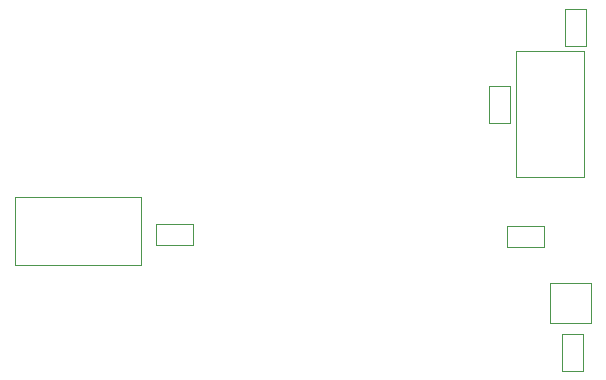
<source format=gbr>
G04 #@! TF.FileFunction,Other,User*
%FSLAX46Y46*%
G04 Gerber Fmt 4.6, Leading zero omitted, Abs format (unit mm)*
G04 Created by KiCad (PCBNEW 4.0.4-stable) date 11/20/17 14:55:23*
%MOMM*%
%LPD*%
G01*
G04 APERTURE LIST*
%ADD10C,0.100000*%
%ADD11C,0.050000*%
G04 APERTURE END LIST*
D10*
D11*
X133400000Y-92450000D02*
X139150000Y-92450000D01*
X139150000Y-92450000D02*
X139150000Y-103150000D01*
X139150000Y-103150000D02*
X133400000Y-103150000D01*
X133400000Y-103150000D02*
X133400000Y-92450000D01*
X90950000Y-110600000D02*
X90950000Y-104850000D01*
X90950000Y-104850000D02*
X101650000Y-104850000D01*
X101650000Y-104850000D02*
X101650000Y-110600000D01*
X101650000Y-110600000D02*
X90950000Y-110600000D01*
X139300000Y-92050000D02*
X139300000Y-88950000D01*
X139300000Y-92050000D02*
X137500000Y-92050000D01*
X137500000Y-88950000D02*
X139300000Y-88950000D01*
X137500000Y-88950000D02*
X137500000Y-92050000D01*
X102950000Y-108900000D02*
X106050000Y-108900000D01*
X102950000Y-108900000D02*
X102950000Y-107100000D01*
X106050000Y-107100000D02*
X106050000Y-108900000D01*
X106050000Y-107100000D02*
X102950000Y-107100000D01*
X132900000Y-98550000D02*
X132900000Y-95450000D01*
X132900000Y-98550000D02*
X131100000Y-98550000D01*
X131100000Y-95450000D02*
X132900000Y-95450000D01*
X131100000Y-95450000D02*
X131100000Y-98550000D01*
X139750000Y-115500000D02*
X139750000Y-112100000D01*
X139750000Y-112100000D02*
X136250000Y-112100000D01*
X136250000Y-112100000D02*
X136250000Y-115500000D01*
X136250000Y-115500000D02*
X139750000Y-115500000D01*
X137300000Y-116450000D02*
X137300000Y-119550000D01*
X137300000Y-116450000D02*
X139100000Y-116450000D01*
X139100000Y-119550000D02*
X137300000Y-119550000D01*
X139100000Y-119550000D02*
X139100000Y-116450000D01*
X135750000Y-107300000D02*
X132650000Y-107300000D01*
X135750000Y-107300000D02*
X135750000Y-109100000D01*
X132650000Y-109100000D02*
X132650000Y-107300000D01*
X132650000Y-109100000D02*
X135750000Y-109100000D01*
M02*

</source>
